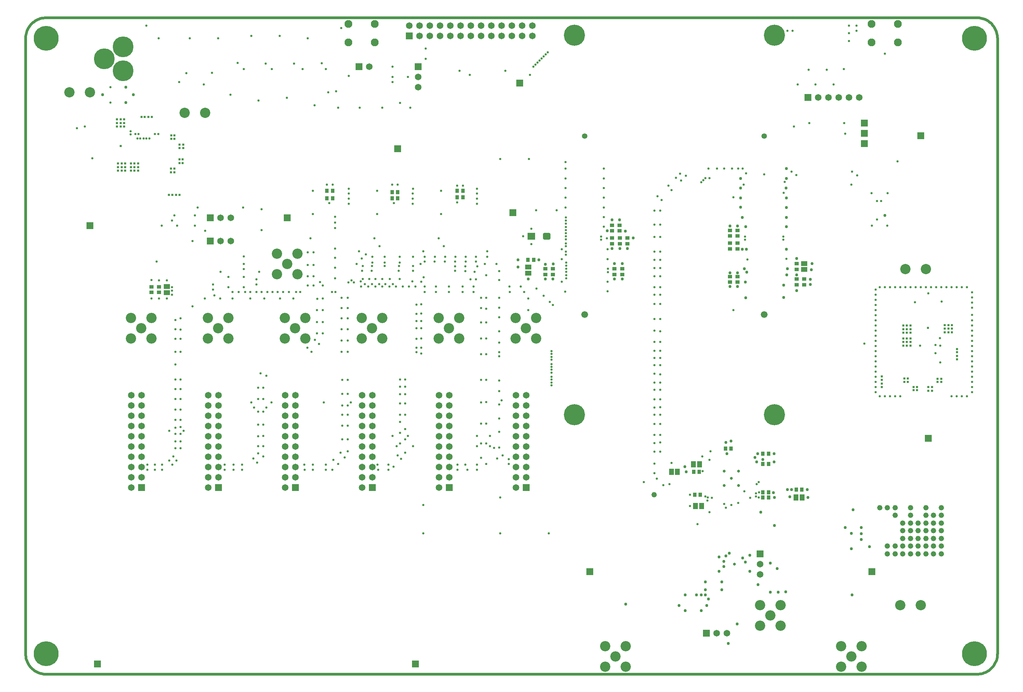
<source format=gbs>
%FSTAX24Y24*%
%MOIN*%
%SFA1B1*%

%IPPOS*%
%AMD176*
4,1,8,0.037400,-0.017300,0.037400,0.017300,0.020200,0.034500,-0.020200,0.034500,-0.037400,0.017300,-0.037400,-0.017300,-0.020200,-0.034500,0.020200,-0.034500,0.037400,-0.017300,0.0*
1,1,0.034400,0.020200,-0.017300*
1,1,0.034400,0.020200,0.017300*
1,1,0.034400,-0.020200,0.017300*
1,1,0.034400,-0.020200,-0.017300*
%
%ADD86C,0.025000*%
%ADD102C,0.022000*%
%ADD118C,0.052000*%
%ADD133R,0.041400X0.037500*%
%ADD139R,0.037500X0.041400*%
%ADD144R,0.074900X0.069000*%
%ADD159R,0.049300X0.061100*%
%ADD162R,0.061100X0.049300*%
G04~CAMADD=176~8~0.0~0.0~690.0~749.0~172.0~0.0~15~0.0~0.0~0.0~0.0~0~0.0~0.0~0.0~0.0~0~0.0~0.0~0.0~270.0~748.0~689.0*
%ADD176D176*%
%ADD182C,0.100500*%
%ADD183C,0.065100*%
%ADD184R,0.065100X0.065100*%
%ADD185C,0.100000*%
%ADD186C,0.202900*%
%ADD187R,0.065100X0.065100*%
%ADD188C,0.076900*%
%ADD189C,0.242200*%
%ADD190C,0.053200*%
%ADD191C,0.066000*%
%ADD192C,0.206000*%
%ADD193C,0.030000*%
%ADD194C,0.024000*%
%ADD195C,0.028000*%
%LNdsau-motherboard-reva-1*%
%LPD*%
G54D86*
X012Y074D02*
D01*
X01186Y073995*
X011721Y07398*
X011584Y073956*
X011448Y073922*
X011315Y073879*
X011186Y073827*
X011061Y073765*
X01094Y073696*
X010824Y073618*
X010714Y073532*
X01061Y073438*
X010513Y073338*
X010423Y073231*
X010341Y073118*
X010267Y073*
X010202Y072876*
X010145Y072749*
X010097Y072618*
X010059Y072483*
X01003Y072347*
X01001Y072209*
X010001Y072069*
X01Y072*
Y012D02*
D01*
X010004Y01186*
X010019Y011721*
X010043Y011584*
X010077Y011448*
X01012Y011315*
X010172Y011186*
X010234Y011061*
X010303Y01094*
X010381Y010824*
X010467Y010714*
X010561Y01061*
X010661Y010513*
X010768Y010423*
X010881Y010341*
X011Y010267*
X011123Y010202*
X01125Y010145*
X011381Y010097*
X011516Y010059*
X011652Y01003*
X01179Y01001*
X01193Y010001*
X012Y01*
Y074D02*
D01*
X01186Y073995*
X011721Y07398*
X011584Y073956*
X011448Y073922*
X011315Y073879*
X011186Y073827*
X011061Y073765*
X01094Y073696*
X010824Y073618*
X010714Y073532*
X01061Y073438*
X010513Y073338*
X010423Y073231*
X010341Y073118*
X010267Y073*
X010202Y072876*
X010145Y072749*
X010097Y072618*
X010059Y072483*
X01003Y072347*
X01001Y072209*
X010001Y072069*
X01Y072*
X10475D02*
D01*
X104745Y072139*
X10473Y072278*
X104706Y072415*
X104672Y072551*
X104629Y072684*
X104577Y072813*
X104515Y072938*
X104446Y073059*
X104368Y073175*
X104282Y073285*
X104188Y073389*
X104088Y073486*
X103981Y073576*
X103868Y073658*
X10375Y073732*
X103626Y073797*
X103499Y073854*
X103368Y073902*
X103233Y07394*
X103097Y073969*
X102959Y073989*
X102819Y073998*
X10275Y074*
Y01D02*
D01*
X102889Y010004*
X103028Y010019*
X103165Y010043*
X103301Y010077*
X103434Y01012*
X103563Y010172*
X103688Y010234*
X103809Y010303*
X103925Y010381*
X104035Y010467*
X104139Y010561*
X104236Y010661*
X104326Y010768*
X104408Y010881*
X104482Y011*
X104547Y011123*
X104604Y01125*
X104652Y011381*
X10469Y011516*
X104719Y011652*
X104739Y01179*
X104748Y01193*
X10475Y012*
X01Y071D02*
Y072D01*
Y012D02*
Y071D01*
X012Y074D02*
X10275D01*
X012Y01D02*
X068D01*
X10275*
X10475Y027D02*
Y057D01*
X01Y071D02*
Y072D01*
X10475Y012D02*
Y027D01*
Y057D02*
Y072D01*
G54D102*
X0438Y05015D03*
X045D03*
X04645D03*
X02745Y04665D03*
X02895D03*
X0284Y04695D03*
X080225Y058825D03*
X07185Y0317D03*
Y0326D03*
Y03335D03*
Y0344D03*
Y0353D03*
Y03605D03*
Y0368D03*
Y03775D03*
Y03845D03*
Y03925D03*
X0713Y04085D03*
X07185D03*
Y04015D03*
Y04155D03*
Y0424D03*
Y04345D03*
Y04465D03*
X07945Y0593D03*
X0781D03*
X0774D03*
X07655D03*
X07885D03*
X0799Y059295D03*
X07185Y0552D03*
Y05385D03*
Y05265D03*
Y0512D03*
Y0504D03*
Y0496D03*
Y0488D03*
Y04775D03*
Y047D03*
Y0461D03*
X072955Y030595D03*
X07215Y02845D03*
X071528Y029072D03*
X0713Y0296D03*
Y03055D03*
Y0317D03*
Y03255D03*
Y03335D03*
Y0344D03*
Y0353D03*
Y036D03*
Y0368D03*
Y03775D03*
Y0393D03*
Y03845D03*
Y04015D03*
Y04155D03*
Y0424D03*
Y0435D03*
Y04465D03*
Y0461D03*
Y047D03*
Y04775D03*
Y0488D03*
Y0496D03*
Y0504D03*
Y0512D03*
Y05265D03*
Y05385D03*
Y0552D03*
X0716Y0566D03*
X07265Y05765D03*
X0734Y0584D03*
X0738Y0588D03*
X072781Y02853D03*
X074361Y0586D03*
X0739Y058139D03*
X07295Y057189D03*
X072006Y056244D03*
X076673Y058373D03*
X07945Y0267D03*
X076898Y027198D03*
X080648D03*
X08008Y02782D03*
X07665Y0309D03*
X092474Y0569D03*
X08415Y0505D03*
X08035Y05045D03*
X07597Y03125D03*
X076Y029814D03*
X079Y0455D03*
X05525Y03325D03*
X04775Y03225D03*
X04725Y03325D03*
X024Y03375D03*
X032Y0365D03*
X03225Y036D03*
X05025Y0525D03*
X05075Y05175D03*
X05475Y05D03*
X055Y05125D03*
X044Y0525D03*
X0445Y05175D03*
X0485Y05D03*
X04875Y05125D03*
X0425D03*
X04225Y05D03*
X03775Y0525D03*
X06125Y03816D03*
Y03844D03*
Y03872D03*
Y039D03*
Y03941D03*
Y03969D03*
Y03997D03*
Y04025D03*
Y04066D03*
Y04094D03*
Y04122D03*
Y0415D03*
X06675Y0492D03*
X06265Y0536D03*
Y053D03*
Y0533D03*
Y05395D03*
Y05425D03*
Y052016D03*
Y0509D03*
Y0512D03*
Y051736D03*
X0627Y04925D03*
Y04955D03*
Y05015D03*
Y04985D03*
Y0486D03*
Y0489D03*
X062272Y048272D03*
X07025Y02875D03*
X049Y07D03*
Y071D03*
X08425Y07275D03*
X091Y07325D03*
X0523Y06885D03*
X05675D03*
X08475Y07275D03*
X091D03*
X0626Y0473D03*
X0533Y06845D03*
X05915D03*
X05625Y06025D03*
X05905Y06024D03*
X01825Y06725D03*
Y06575D03*
X03815Y06548D03*
X02995Y0665D03*
X0327Y06595D03*
X03545Y0662D03*
X09175Y04225D03*
X02735Y0675D03*
X02495Y06775D03*
X02815Y06865D03*
X02565Y0686D03*
X03615Y06955D03*
X0334D03*
X03065Y0696D03*
X037Y069D03*
X034D03*
X03125D03*
X02295Y072D03*
X02675Y0555D03*
X0312D03*
X02425Y0474D03*
Y047D03*
Y04775D03*
X02825Y048D03*
Y0475D03*
X02325Y05375D03*
X02425Y05425D03*
X02475Y05375D03*
X0245Y05475D03*
X0265D03*
Y05375D03*
X02625Y05225D03*
X0275Y05325D03*
X029Y04925D03*
X02975Y04875D03*
Y04775D03*
X03125D03*
X0325Y048D03*
Y0485D03*
X03125Y04875D03*
X03275Y04925D03*
X03125Y05D03*
Y0495D03*
Y05075D03*
X02275Y05025D03*
X02225Y04665D03*
X023D03*
X02375D03*
X022258Y048442D03*
X023Y0484D03*
X02375D03*
X04045Y065224D03*
X04255D03*
X038874Y069577D03*
X03925Y069D03*
X0395Y06675D03*
X04025Y06685D03*
X0415Y06835D03*
X0465Y0657D03*
X0475Y06525D03*
X04575Y06825D03*
X04725D03*
X094026Y0569D03*
X09055Y059D03*
X09105Y05865D03*
X06668Y0525D03*
X076275Y058375D03*
X075879Y057979D03*
X076077Y058177D03*
X079Y0565D03*
X0839Y05695D03*
X082Y05875D03*
X08Y05775D03*
X084Y058D03*
X08875Y0675D03*
X087D03*
X08525D03*
X08975Y069D03*
X088095Y06895D03*
X086345D03*
X09025Y07325D03*
Y0725D03*
Y07175D03*
X04475Y06525D03*
X04575Y06775D03*
Y06925D03*
X04075Y073D03*
X0375Y072D03*
X03475Y07225D03*
X032D03*
X02875Y072D03*
X02175Y07325D03*
X026Y072D03*
X080139Y052681D03*
Y052366D03*
X083871Y052681D03*
Y052366D03*
X066116D03*
Y052681D03*
X062654Y052396D03*
Y052696D03*
X062634Y059925D03*
Y059295D03*
Y05835D03*
Y057406D03*
Y055516D03*
Y056461D03*
X06265Y05455D03*
X066366Y053626D03*
Y054571D03*
Y059295D03*
Y05835D03*
Y057406D03*
Y056461D03*
Y055516D03*
X0585Y0527D03*
X0812Y02735D03*
X0781Y0266D03*
X08145Y02725D03*
X0812Y02765D03*
X0788Y0265D03*
X0755Y02465D03*
X07665Y0258D03*
X07825Y02625D03*
X07625Y02735D03*
X07475Y0275D03*
X07645Y02695D03*
X07475Y0264D03*
X0934Y05615D03*
X093D03*
Y05435D03*
X0765Y02725D03*
X07675Y03175D03*
X08145Y02875D03*
X08125Y02855D03*
X08465Y059D03*
X085121Y058665D03*
X0925Y05375D03*
X094D03*
X09375Y0705D03*
X095Y06D03*
X0905Y05775D03*
X0593Y05345D03*
Y05195D03*
X033Y0533D03*
Y05535D03*
X05975Y05525D03*
X050507Y057134D03*
Y054866D03*
X054Y05735D03*
X053993Y056882D03*
Y056378D03*
Y055874D03*
X052082Y05765D03*
Y056D03*
X052633Y05765D03*
X066723Y047327D03*
X066728Y048272D03*
X06675Y04955D03*
X066726Y050476D03*
X062274D03*
X062271Y051421D03*
X066721D03*
X039933Y057733D03*
X039382Y057732D03*
X0396Y05595D03*
X0459D03*
X046276Y057724D03*
X045724D03*
X047743Y055874D03*
Y056378D03*
Y056882D03*
X04775Y05735D03*
X044257Y054866D03*
Y057134D03*
X041493Y055874D03*
Y056378D03*
Y056882D03*
X0415Y05735D03*
X038007Y054866D03*
Y057134D03*
X0595Y06925D03*
X059698Y069448D03*
X059896Y069646D03*
X060094Y069844D03*
X060292Y070042D03*
X06049Y07024D03*
X060688Y070438D03*
X060886Y070636D03*
X0972Y04205D03*
X096704Y046254D03*
X099315Y046335D03*
X099134Y042784D03*
X0987Y0421D03*
X09916Y04204D03*
X0987Y0413D03*
X09916Y04041D03*
X01575Y0634D03*
X0165Y0603D03*
X02022Y06262D03*
Y06292D03*
X0209Y06225D03*
X02115D03*
X02101Y06266D03*
X02071D03*
X02259D03*
X02294D03*
X02175Y06225D03*
X02205D03*
X0215D03*
X015Y06325D03*
X098Y047146D03*
X0898Y06375D03*
X0899Y0627D03*
X0849Y0634D03*
X0864Y06375D03*
X061Y02375D03*
X06175Y05525D03*
X04875Y0265D03*
X05625Y02725D03*
Y02375D03*
X04875D03*
X0815Y02775D03*
X03015Y047264D03*
X03075D03*
X0314D03*
X0319D03*
X0325D03*
X033D03*
X03355D03*
X03405D03*
X03455D03*
X0351D03*
X03565D03*
X03635D03*
X03675D03*
X03985D03*
X0402D03*
X0489D03*
X05D03*
X05125D03*
X0526D03*
X05365D03*
X0572D03*
X058609D03*
X059014Y04665D03*
Y045486D03*
X04175Y0484D03*
X0614Y046D03*
X061104Y046296D03*
X0605Y0469D03*
X0598Y0476D03*
X05825Y0478D03*
X05715D03*
X05365D03*
X0526D03*
X05125D03*
X05D03*
X0489D03*
X048D03*
X04735D03*
X04675D03*
X0461D03*
X04545D03*
X04475D03*
X0441D03*
X0434D03*
X0427D03*
X04015Y0486D03*
Y04965D03*
Y0506D03*
Y0515D03*
Y0535D03*
Y0546D03*
Y05405D03*
X04315Y05095D03*
X0438Y0507D03*
X045D03*
X04645D03*
X04775D03*
X0489D03*
X0499D03*
X0509D03*
X0519D03*
X0529D03*
X0539D03*
X055D03*
X0559Y05D03*
X05615Y0493D03*
Y04845D03*
Y0467D03*
Y04575D03*
Y0448D03*
Y04345D03*
Y04235D03*
Y0414D03*
Y041D03*
Y03865D03*
Y0376D03*
X0564Y0367D03*
X05615Y0363D03*
Y03495D03*
Y03365D03*
Y0321D03*
X0565Y03135D03*
X0571Y03097D03*
X054Y03325D03*
Y03225D03*
X05335Y0485D03*
X0539D03*
X04265Y0483D03*
X0488Y0487D03*
X04575Y03325D03*
X04615Y03225D03*
X0417Y0365D03*
X03905D03*
X03395D03*
X03345Y036D03*
X0254Y03375D03*
X10225Y04505D03*
Y0445D03*
Y044D03*
Y043D03*
Y0435D03*
Y0415D03*
Y041D03*
Y042D03*
Y0425D03*
Y0395D03*
Y039D03*
Y04D03*
Y0405D03*
Y0375D03*
Y038D03*
Y0385D03*
X10175Y0371D03*
X10025D03*
X10075D03*
X10125D03*
X09475D03*
X09525D03*
X09325D03*
X09375D03*
X09425D03*
X09285Y0385D03*
Y038D03*
Y0375D03*
Y0395D03*
Y04D03*
Y039D03*
Y0415D03*
Y042D03*
Y041D03*
Y0405D03*
Y0435D03*
Y043D03*
Y0425D03*
Y0455D03*
Y045D03*
Y044D03*
Y0445D03*
Y046D03*
Y0465D03*
Y0475D03*
Y047D03*
X09425Y04775D03*
X09375D03*
X09325D03*
X09525D03*
X09575D03*
X09475D03*
X09725D03*
X09775D03*
X09675D03*
X09625D03*
X09925D03*
X09875D03*
X09825D03*
X10125D03*
X10075D03*
X09975D03*
X10025D03*
X10175D03*
X10225Y04725D03*
Y04575D03*
Y04625D03*
Y04675D03*
X03805Y05115D03*
Y0499D03*
X0375Y05115D03*
X03805Y0488D03*
X0375D03*
Y0499D03*
X03805Y0479D03*
X0375D03*
X03325Y04665D03*
X0348D03*
X0319D03*
X0361D03*
X03015D03*
X026264Y045859D03*
X0251Y04145D03*
Y0348D03*
Y0358D03*
Y03875D03*
Y0378D03*
Y03685D03*
Y0447D03*
X0246Y04365D03*
X0251Y0427D03*
Y0436D03*
X0246Y0402D03*
Y04145D03*
Y0378D03*
Y03875D03*
X0251Y0341D03*
X0246Y03685D03*
X0251Y0327D03*
Y03345D03*
X0246Y03405D03*
Y0358D03*
Y0327D03*
Y03345D03*
Y0427D03*
Y04455D03*
Y0348D03*
Y03205D03*
X0251D03*
X0247Y03085D03*
X024397Y031247D03*
X024Y03085D03*
X0243Y03045D03*
X0233D03*
Y02995D03*
X0226Y03045D03*
X02185D03*
X0226Y02995D03*
X02185D03*
X03895Y04665D03*
Y0455D03*
Y04435D03*
Y04325D03*
X0386Y0422D03*
X03785Y04145D03*
X03345Y0391D03*
X03315Y03795D03*
Y03685D03*
Y0356D03*
Y03435D03*
Y03325D03*
Y03225D03*
Y03125D03*
X03255Y03065D03*
X0311Y02995D03*
X03025D03*
X0294D03*
Y03045D03*
X03025D03*
X0311D03*
X0322Y03105D03*
X03265Y03155D03*
Y03225D03*
Y0332D03*
Y03435D03*
Y0356D03*
Y03685D03*
Y03795D03*
X0329Y03935D03*
X03745Y04185D03*
X0382Y0426D03*
X0384Y04325D03*
Y04435D03*
Y0455D03*
X038428Y046617D03*
X0387Y04825D03*
X03895Y0479D03*
X042Y0482D03*
X0414Y0467D03*
Y0457D03*
Y0447D03*
Y04365D03*
Y04255D03*
Y04145D03*
Y0387D03*
Y03735D03*
Y0353D03*
Y0362D03*
Y03425D03*
Y0329D03*
Y03175D03*
X0411Y03115D03*
X04045Y0305D03*
X0399Y02995D03*
X03925D03*
X038D03*
X0372D03*
X03715Y03045D03*
X038D03*
X03925D03*
X04Y0309D03*
X0407Y0316D03*
X04085Y0329D03*
Y03425D03*
Y0353D03*
Y0362D03*
Y03735D03*
Y0387D03*
X0408Y04145D03*
Y04255D03*
Y04365D03*
Y0447D03*
Y0457D03*
Y0467D03*
X04145Y0482D03*
X04285Y04855D03*
X0435D03*
X0441D03*
X04475D03*
X0455D03*
X04645D03*
X04857Y04827D03*
Y04608D03*
Y04517D03*
Y04443D03*
Y04372D03*
Y04272D03*
Y04183D03*
Y04128D03*
X047Y03875D03*
Y03805D03*
Y0373D03*
Y0364D03*
Y0353D03*
Y0339D03*
Y0329D03*
Y0316D03*
X0466Y031D03*
X04585Y03025D03*
X04535Y02995D03*
X04435D03*
X0443Y03045D03*
X04535D03*
X04625Y03135D03*
X0465Y0325D03*
Y03355D03*
Y0346D03*
Y0353D03*
Y0364D03*
Y0373D03*
Y03805D03*
Y03875D03*
X0481Y0414D03*
Y04185D03*
Y0427D03*
Y04375D03*
Y04445D03*
Y04515D03*
Y04605D03*
X0477Y0483D03*
X04305Y04805D03*
X04375D03*
X04445D03*
X04505D03*
X0458D03*
X04275Y05055D03*
X0489Y05023D03*
X04988D03*
X05087D03*
X05187D03*
X0529D03*
X0539D03*
X05525Y03225D03*
X05568Y03208D03*
X05595Y03105D03*
X0571Y0305D03*
X04285Y0498D03*
X04375D03*
X045D03*
X0464D03*
X04775D03*
X05286Y04977D03*
X05185D03*
X05403D03*
X0549Y0489D03*
Y0467D03*
Y04565D03*
Y0443D03*
Y04275D03*
Y0412D03*
Y0387D03*
Y03655D03*
Y03445D03*
Y0325D03*
Y0305D03*
X054Y02995D03*
X05305D03*
X0521D03*
Y03045D03*
X05285D03*
X054D03*
X0544Y0311D03*
Y0325D03*
Y03445D03*
Y0365D03*
Y0387D03*
Y0412D03*
Y04275D03*
Y0443D03*
Y0457D03*
Y0467D03*
X05375Y04925D03*
X052856Y049306D03*
X051856Y04932D03*
X04777D03*
X04637Y04933D03*
X04372D03*
X0428D03*
G54D118*
X07125Y0275D03*
X09325Y02625D03*
X09925Y02175D03*
Y0225D03*
Y02325D03*
Y024D03*
Y02475D03*
Y02625D03*
Y0255D03*
X09625D03*
X09775D03*
Y02475D03*
X09625D03*
X09775Y02325D03*
X097D03*
X09625D03*
X097Y0225D03*
Y024D03*
X094Y02175D03*
Y0225D03*
X09475D03*
Y02175D03*
X0955D03*
Y0225D03*
Y02325D03*
Y024D03*
X09625D03*
Y0225D03*
Y02175D03*
X097D03*
X09775Y024D03*
Y0225D03*
Y02175D03*
X0985D03*
Y0225D03*
Y02325D03*
Y024D03*
Y02475D03*
X097D03*
X0955D03*
X09475Y0255D03*
X0985D03*
X09775Y02625D03*
X09625D03*
X094D03*
X09475D03*
G54D133*
X022258Y047776D03*
Y047224D03*
X023008Y047776D03*
Y047224D03*
X07865Y051474D03*
Y052026D03*
Y053276D03*
Y052724D03*
X0794Y053276D03*
Y052724D03*
Y051474D03*
Y052026D03*
Y048224D03*
Y048776D03*
X07865Y048224D03*
Y048776D03*
X0859Y047974D03*
Y048526D03*
X08515Y047974D03*
Y048526D03*
Y050026D03*
Y049474D03*
X0679Y053776D03*
Y053224D03*
X06715Y053776D03*
Y053224D03*
X06868Y052526D03*
Y051974D03*
X06718Y052526D03*
Y051974D03*
X06793Y052526D03*
Y051974D03*
X06815Y049526D03*
Y048974D03*
X0674Y049526D03*
Y048974D03*
X0614D03*
Y049526D03*
X06065Y048974D03*
Y049526D03*
G54D139*
X082426Y0305D03*
X081875D03*
X078224Y032D03*
X078776D03*
X085125Y028D03*
X085676D03*
X082426Y0315D03*
X081874D03*
X082426Y02725D03*
X081875D03*
X082426Y02775D03*
X081875D03*
X075224Y0275D03*
X075776D03*
X075125Y029729D03*
X075676D03*
X058982Y0504D03*
X059533D03*
X052633Y05715D03*
X052082D03*
Y0565D03*
X052633D03*
X046276Y057D03*
X045724D03*
Y0564D03*
X046276D03*
X039382D03*
X039933D03*
Y05715D03*
X039382D03*
G54D144*
X059312Y0527D03*
G54D159*
X085696Y02725D03*
X085105D03*
X075895Y0264D03*
X075305D03*
X075696Y030479D03*
X075105D03*
X073545Y02975D03*
X072955D03*
G54D162*
X023758Y047205D03*
Y047795D03*
X0859Y050045D03*
Y049455D03*
X058992Y049695D03*
Y049105D03*
G54D176*
X060788Y0527D03*
G54D182*
X0836Y01475D03*
X0816Y01675D03*
Y01475D03*
X0836Y01675D03*
X0826Y01575D03*
X0355Y05D03*
X0365Y051D03*
X0345Y049D03*
Y051D03*
X0365Y049D03*
X05975Y04275D03*
X05775Y04475D03*
Y04275D03*
X05975Y04475D03*
X05875Y04375D03*
X05125D03*
X05225Y04475D03*
X05025Y04275D03*
Y04475D03*
X05225Y04275D03*
X04475D03*
X04275Y04475D03*
Y04275D03*
X04475Y04475D03*
X04375Y04375D03*
X03625D03*
X03725Y04475D03*
X03525Y04275D03*
Y04475D03*
X03725Y04275D03*
X02975D03*
X02775Y04475D03*
Y04275D03*
X02975Y04475D03*
X02875Y04375D03*
X02125D03*
X02225Y04475D03*
X02025Y04275D03*
Y04475D03*
X02225Y04275D03*
X0675Y01175D03*
X0665Y01075D03*
X0685Y01275D03*
Y01075D03*
X0665Y01275D03*
X0895D03*
X0915Y01075D03*
Y01275D03*
X0895Y01075D03*
X0905Y01175D03*
G54D183*
X09125Y06625D03*
X09025D03*
X08925D03*
X08825D03*
X08725D03*
X0594Y07325D03*
Y07225D03*
X0584Y07325D03*
Y07225D03*
X0574Y07325D03*
Y07225D03*
X0564Y07325D03*
Y07225D03*
X0554Y07325D03*
Y07225D03*
X0544Y07325D03*
Y07225D03*
X0534Y07325D03*
Y07225D03*
X0524Y07325D03*
Y07225D03*
X0514Y07325D03*
Y07225D03*
X0504Y07325D03*
Y07225D03*
X0494Y07325D03*
Y07225D03*
X0484Y07325D03*
Y07225D03*
X0474Y07325D03*
X04825Y06725D03*
Y06825D03*
X0435Y06925D03*
X03Y05225D03*
X029D03*
X03Y0545D03*
X029D03*
X07835Y014D03*
X07735D03*
X0816Y01975D03*
Y02075D03*
X0203Y0372D03*
X0213D03*
X0203Y0362D03*
X0213D03*
X0203Y0352D03*
X0213D03*
X0203Y0342D03*
X0213D03*
X0203Y0332D03*
X0213D03*
X0203Y0322D03*
X0213D03*
X0203Y0312D03*
X0213D03*
X0203Y0302D03*
X0213D03*
X0203Y0292D03*
X0213D03*
X0203Y0282D03*
X0278Y0372D03*
X0288D03*
X0278Y0362D03*
X0288D03*
X0278Y0352D03*
X0288D03*
X0278Y0342D03*
X0288D03*
X0278Y0332D03*
X0288D03*
X0278Y0322D03*
X0288D03*
X0278Y0312D03*
X0288D03*
X0278Y0302D03*
X0288D03*
X0278Y0292D03*
X0288D03*
X0278Y0282D03*
X0353Y0372D03*
X0363D03*
X0353Y0362D03*
X0363D03*
X0353Y0352D03*
X0363D03*
X0353Y0342D03*
X0363D03*
X0353Y0332D03*
X0363D03*
X0353Y0322D03*
X0363D03*
X0353Y0312D03*
X0363D03*
X0353Y0302D03*
X0363D03*
X0353Y0292D03*
X0363D03*
X0353Y0282D03*
X0428Y0372D03*
X0438D03*
X0428Y0362D03*
X0438D03*
X0428Y0352D03*
X0438D03*
X0428Y0342D03*
X0438D03*
X0428Y0332D03*
X0438D03*
X0428Y0322D03*
X0438D03*
X0428Y0312D03*
X0438D03*
X0428Y0302D03*
X0438D03*
X0428Y0292D03*
X0438D03*
X0428Y0282D03*
X0503Y0372D03*
X0513D03*
X0503Y0362D03*
X0513D03*
X0503Y0352D03*
X0513D03*
X0503Y0342D03*
X0513D03*
X0503Y0332D03*
X0513D03*
X0503Y0322D03*
X0513D03*
X0503Y0312D03*
X0513D03*
X0503Y0302D03*
X0513D03*
X0503Y0292D03*
X0513D03*
X0503Y0282D03*
X0578Y0372D03*
X0588D03*
X0578Y0362D03*
X0588D03*
X0578Y0352D03*
X0588D03*
X0578Y0342D03*
X0588D03*
X0578Y0332D03*
X0588D03*
X0578Y0322D03*
X0588D03*
X0578Y0312D03*
X0588D03*
X0578Y0302D03*
X0588D03*
X0578Y0292D03*
X0588D03*
X0578Y0282D03*
G54D184*
X08625Y06625D03*
X0925Y02D03*
X0474Y07225D03*
X0425Y06925D03*
X028Y05225D03*
Y0545D03*
X065Y02D03*
X017Y011D03*
X098Y033D03*
X048Y011D03*
X01625Y05375D03*
X04625Y06125D03*
X0355Y0545D03*
X07635Y014D03*
G54D185*
X09725Y01675D03*
X09525D03*
X09575Y0495D03*
X09775D03*
X0255Y06475D03*
X0275D03*
X01625Y06675D03*
X01425D03*
G54D186*
X0195Y068819D03*
Y071181D03*
X01765Y07D03*
G54D187*
X0575Y055D03*
X05815Y06765D03*
X09175Y06275D03*
Y06375D03*
Y06175D03*
X04825Y06925D03*
X09725Y0625D03*
X0816Y02175D03*
X0213Y0282D03*
X0288D03*
X0363D03*
X0438D03*
X0513D03*
X0588D03*
G54D188*
X04147Y071614D03*
X04403D03*
Y073386D03*
X04147D03*
X09247Y071614D03*
X09503D03*
Y073386D03*
X09247D03*
G54D189*
X012Y072D03*
Y012D03*
X1025D03*
Y072D03*
G54D190*
X082005Y062484D03*
X0645D03*
G54D191*
X082005Y045083D03*
X0645D03*
G54D192*
X063502Y072314D03*
X083003D03*
X063502Y035314D03*
X083003D03*
G54D193*
X0614Y048524D03*
X09375Y05475D03*
X0175Y0665D03*
X01975Y06725D03*
Y06575D03*
X0205Y0665D03*
X08425Y028D03*
X08465D03*
X08135Y0315D03*
X08295D03*
X08185Y03095D03*
X08295Y0307D03*
X07425Y030229D03*
X07865Y0537D03*
X0865Y0485D03*
X08515Y0474D03*
X0865Y048D03*
X08515Y05055D03*
X08665Y05005D03*
X0866Y04945D03*
X08515Y04895D03*
X0842D03*
X080056Y04955D03*
X0803Y0492D03*
X0794Y04915D03*
X07865D03*
Y0478D03*
X0794D03*
X08015Y04825D03*
X0802Y0467D03*
X083895Y04675D03*
Y04795D03*
X084269Y049531D03*
X08415Y05145D03*
Y05365D03*
Y05455D03*
Y0593D03*
X084144Y057406D03*
X08415Y05835D03*
X0797D03*
Y0574D03*
Y05645D03*
X08415D03*
Y0555D03*
X0797Y05555D03*
X07985Y05455D03*
X0794Y0537D03*
X0802Y05365D03*
X08025Y05145D03*
X07985D03*
X09065Y02605D03*
X0806Y0216D03*
X08015Y02095D03*
X0743Y01775D03*
X0744Y029729D03*
X08625Y02725D03*
X0862Y028D03*
X0845Y0273D03*
X0829Y0277D03*
X083Y02725D03*
X0811Y03115D03*
X0905Y02225D03*
Y02375D03*
X09145Y02315D03*
X0899Y0243D03*
X09145D03*
Y0237D03*
X09225Y02245D03*
X0826Y02085D03*
X08325Y0203D03*
X08335Y018D03*
X0841Y01805D03*
X0826Y018D03*
X0814Y01875D03*
X07935Y0149D03*
X07825Y02155D03*
X0786Y0218D03*
X0799Y02135D03*
X07805Y021D03*
Y0205D03*
X0776Y02005D03*
Y02145D03*
X08165Y0258D03*
X083Y0245D03*
X09055Y01775D03*
X07785Y019D03*
X0785Y013D03*
X07655Y01735D03*
X07785Y01825D03*
X07585Y01775D03*
X0754D03*
X07625D03*
X0764Y0167D03*
X07585Y0162D03*
X0737Y0167D03*
X0743Y0162D03*
X07625Y019D03*
Y01825D03*
X0685Y01685D03*
X0806Y02005D03*
X0679Y0543D03*
X06715D03*
X06845Y0532D03*
X0667Y05325D03*
X06718Y0515D03*
X06793D03*
X06868D03*
X06923Y052526D03*
X06815Y048524D03*
X0674D03*
Y050024D03*
X06815D03*
X061425Y05D03*
X058992Y04855D03*
X06065Y048524D03*
Y049976D03*
X07825Y0326D03*
X07875Y03275D03*
X078383Y0315D03*
X08125Y0307D03*
X060033Y0504D03*
X058Y0497D03*
Y0504D03*
G54D194*
X09625Y0433D03*
Y044D03*
Y04365D03*
X0996Y04335D03*
X09995D03*
X1003D03*
Y0437D03*
Y04405D03*
X0996D03*
Y0437D03*
X09995D03*
Y04405D03*
X09795Y043754D03*
X096Y0385D03*
X09345Y0387D03*
Y03835D03*
Y038D03*
Y03905D03*
X0959Y0433D03*
Y04365D03*
Y044D03*
X09555Y0433D03*
Y04365D03*
Y044D03*
X09625Y04205D03*
Y0424D03*
Y04275D03*
X0959Y04205D03*
Y0424D03*
Y04275D03*
X09555Y04205D03*
Y0424D03*
Y04275D03*
X1008Y0417D03*
Y0414D03*
Y04105D03*
Y0407D03*
X022304Y06435D03*
X021954D03*
X021604D03*
X021304D03*
X020254Y0591D03*
X020604D03*
X020954D03*
X020254Y05945D03*
X020604D03*
X020954D03*
X020254Y0598D03*
X020604D03*
X020954D03*
X019004Y0591D03*
X019354D03*
X019704D03*
X019004Y05945D03*
X019354D03*
X019704D03*
X023954Y05675D03*
X025004D03*
X024654D03*
X024304D03*
X01925Y0615D03*
X019354Y0598D03*
X019004D03*
X019704D03*
X09925Y0388D03*
X0989D03*
X09925Y0385D03*
X0989D03*
X09835Y038D03*
X098D03*
X0969D03*
X09835Y03765D03*
X098D03*
X0969Y0377D03*
X09655Y038D03*
Y0377D03*
X096Y03885D03*
X09565Y0385D03*
Y03885D03*
X024154Y05895D03*
X024504D03*
X024154Y0593D03*
X025304Y05985D03*
X025004D03*
X025304Y0602D03*
X025354Y0613D03*
Y06165D03*
X025004Y0602D03*
Y0613D03*
Y06165D03*
X024504Y0622D03*
Y06255D03*
X024204Y0622D03*
Y06255D03*
X024504Y0593D03*
X0196Y0641D03*
X01925D03*
X0189D03*
X0196Y06375D03*
X01925D03*
X0189D03*
X0196Y0634D03*
X01925D03*
X0189D03*
G54D195*
X0791Y02075D03*
X079509Y028391D03*
X078091D03*
X0788Y0291D03*
X079509Y029809D03*
X078091D03*
M02*
</source>
